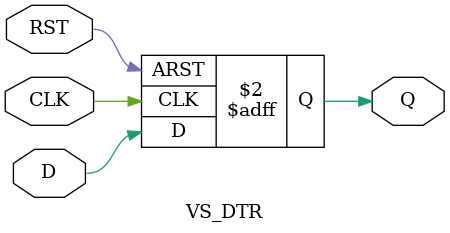
<source format=v>
`timescale 1ns / 1ps


module VS_DTR(
    input CLK,
    input D,
    input RST,
    output reg Q
    );
    
always@(posedge CLK, posedge RST)
    if (RST)
        Q<=1'b1;
    else
        Q<= D;
endmodule

</source>
